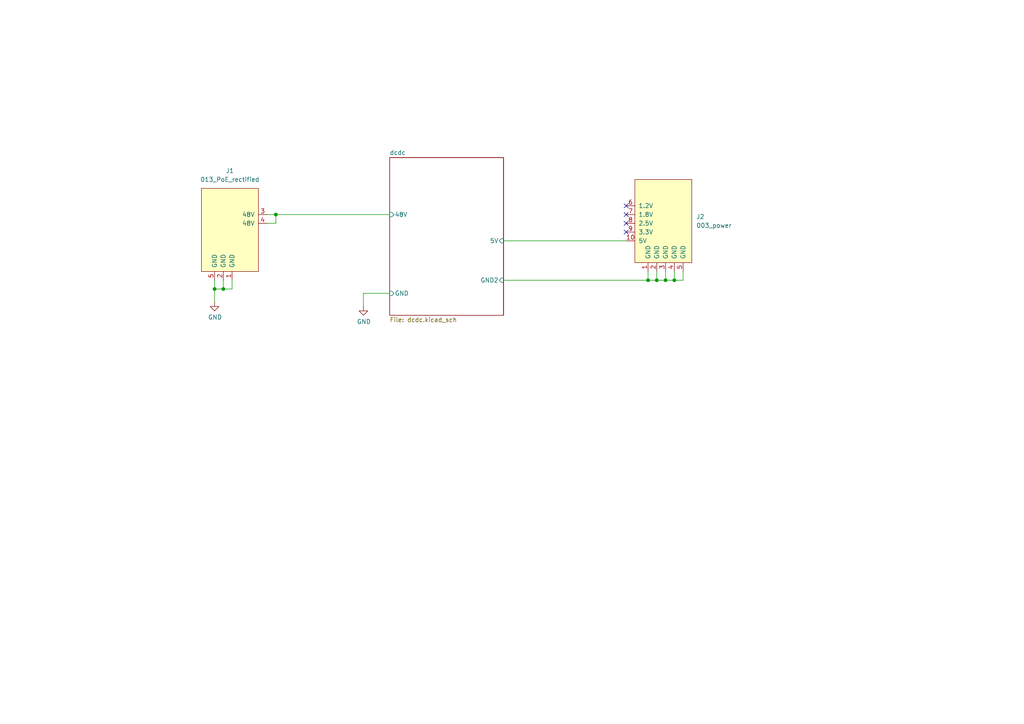
<source format=kicad_sch>
(kicad_sch (version 20211123) (generator eeschema)

  (uuid 7f3eb118-a20c-4239-b800-c9211c66847d)

  (paper "A4")

  (lib_symbols
    (symbol "power:GND" (power) (pin_names (offset 0)) (in_bom yes) (on_board yes)
      (property "Reference" "#PWR" (id 0) (at 0 -6.35 0)
        (effects (font (size 1.27 1.27)) hide)
      )
      (property "Value" "GND" (id 1) (at 0 -3.81 0)
        (effects (font (size 1.27 1.27)))
      )
      (property "Footprint" "" (id 2) (at 0 0 0)
        (effects (font (size 1.27 1.27)) hide)
      )
      (property "Datasheet" "" (id 3) (at 0 0 0)
        (effects (font (size 1.27 1.27)) hide)
      )
      (property "ki_keywords" "power-flag" (id 4) (at 0 0 0)
        (effects (font (size 1.27 1.27)) hide)
      )
      (property "ki_description" "Power symbol creates a global label with name \"GND\" , ground" (id 5) (at 0 0 0)
        (effects (font (size 1.27 1.27)) hide)
      )
      (symbol "GND_0_1"
        (polyline
          (pts
            (xy 0 0)
            (xy 0 -1.27)
            (xy 1.27 -1.27)
            (xy 0 -2.54)
            (xy -1.27 -1.27)
            (xy 0 -1.27)
          )
          (stroke (width 0) (type default) (color 0 0 0 0))
          (fill (type none))
        )
      )
      (symbol "GND_1_1"
        (pin power_in line (at 0 0 270) (length 0) hide
          (name "GND" (effects (font (size 1.27 1.27))))
          (number "1" (effects (font (size 1.27 1.27))))
        )
      )
    )
    (symbol "put_on_edge:003_power" (pin_names (offset 1.016)) (in_bom yes) (on_board yes)
      (property "Reference" "J" (id 0) (at -2.54 13.97 0)
        (effects (font (size 1.27 1.27)))
      )
      (property "Value" "003_power" (id 1) (at 8.89 13.97 0)
        (effects (font (size 1.27 1.27)))
      )
      (property "Footprint" "" (id 2) (at 7.62 16.51 0)
        (effects (font (size 1.27 1.27)) hide)
      )
      (property "Datasheet" "" (id 3) (at 7.62 16.51 0)
        (effects (font (size 1.27 1.27)) hide)
      )
      (symbol "003_power_0_1"
        (rectangle (start -8.89 12.7) (end 7.62 -11.43)
          (stroke (width 0) (type default) (color 0 0 0 0))
          (fill (type background))
        )
      )
      (symbol "003_power_1_1"
        (pin power_in line (at -5.08 -13.97 90) (length 2.54)
          (name "GND" (effects (font (size 1.27 1.27))))
          (number "1" (effects (font (size 1.27 1.27))))
        )
        (pin power_out line (at -11.43 -5.08 0) (length 2.54)
          (name "5V" (effects (font (size 1.27 1.27))))
          (number "10" (effects (font (size 1.27 1.27))))
        )
        (pin power_in line (at -2.54 -13.97 90) (length 2.54)
          (name "GND" (effects (font (size 1.27 1.27))))
          (number "2" (effects (font (size 1.27 1.27))))
        )
        (pin power_in line (at 0 -13.97 90) (length 2.54)
          (name "GND" (effects (font (size 1.27 1.27))))
          (number "3" (effects (font (size 1.27 1.27))))
        )
        (pin power_in line (at 2.54 -13.97 90) (length 2.54)
          (name "GND" (effects (font (size 1.27 1.27))))
          (number "4" (effects (font (size 1.27 1.27))))
        )
        (pin power_in line (at 5.08 -13.97 90) (length 2.54)
          (name "GND" (effects (font (size 1.27 1.27))))
          (number "5" (effects (font (size 1.27 1.27))))
        )
        (pin power_out line (at -11.43 5.08 0) (length 2.54)
          (name "1.2V" (effects (font (size 1.27 1.27))))
          (number "6" (effects (font (size 1.27 1.27))))
        )
        (pin power_out line (at -11.43 2.54 0) (length 2.54)
          (name "1.8V" (effects (font (size 1.27 1.27))))
          (number "7" (effects (font (size 1.27 1.27))))
        )
        (pin power_out line (at -11.43 0 0) (length 2.54)
          (name "2.5V" (effects (font (size 1.27 1.27))))
          (number "8" (effects (font (size 1.27 1.27))))
        )
        (pin power_out line (at -11.43 -2.54 0) (length 2.54)
          (name "3.3V" (effects (font (size 1.27 1.27))))
          (number "9" (effects (font (size 1.27 1.27))))
        )
      )
    )
    (symbol "put_on_edge:013_PoE_rectified" (pin_names (offset 1.016)) (in_bom yes) (on_board yes)
      (property "Reference" "J" (id 0) (at -2.54 13.97 0)
        (effects (font (size 1.27 1.27)))
      )
      (property "Value" "013_PoE_rectified" (id 1) (at 8.89 13.97 0)
        (effects (font (size 1.27 1.27)))
      )
      (property "Footprint" "" (id 2) (at 7.62 16.51 0)
        (effects (font (size 1.27 1.27)) hide)
      )
      (property "Datasheet" "" (id 3) (at 7.62 16.51 0)
        (effects (font (size 1.27 1.27)) hide)
      )
      (symbol "013_PoE_rectified_0_1"
        (rectangle (start -8.89 12.7) (end 7.62 -11.43)
          (stroke (width 0) (type default) (color 0 0 0 0))
          (fill (type background))
        )
      )
      (symbol "013_PoE_rectified_1_1"
        (pin power_in line (at -1.27 -13.97 90) (length 2.54)
          (name "GND" (effects (font (size 1.27 1.27))))
          (number "1" (effects (font (size 1.27 1.27))))
        )
        (pin power_in line (at 1.27 -13.97 90) (length 2.54)
          (name "GND" (effects (font (size 1.27 1.27))))
          (number "2" (effects (font (size 1.27 1.27))))
        )
        (pin bidirectional line (at -11.43 5.08 0) (length 2.54)
          (name "48V" (effects (font (size 1.27 1.27))))
          (number "3" (effects (font (size 1.27 1.27))))
        )
        (pin bidirectional line (at -11.43 2.54 0) (length 2.54)
          (name "48V" (effects (font (size 1.27 1.27))))
          (number "4" (effects (font (size 1.27 1.27))))
        )
        (pin power_in line (at 3.81 -13.97 90) (length 2.54)
          (name "GND" (effects (font (size 1.27 1.27))))
          (number "5" (effects (font (size 1.27 1.27))))
        )
      )
    )
  )

  (junction (at 190.5 81.28) (diameter 0) (color 0 0 0 0)
    (uuid 4f20698b-b1ef-43d7-82f0-bcd11b106366)
  )
  (junction (at 80.01 62.23) (diameter 0) (color 0 0 0 0)
    (uuid 597dde7e-40f8-4545-b69b-87a6373f6984)
  )
  (junction (at 193.04 81.28) (diameter 0) (color 0 0 0 0)
    (uuid 62f4cdca-29de-429d-aa3d-a7d55560dff9)
  )
  (junction (at 64.77 83.82) (diameter 0) (color 0 0 0 0)
    (uuid 6f24e19a-ffdf-4c70-b965-9f5cd4554b31)
  )
  (junction (at 62.23 83.82) (diameter 0) (color 0 0 0 0)
    (uuid 8c8a9bc9-f732-45fb-8783-9676cc6e2956)
  )
  (junction (at 187.96 81.28) (diameter 0) (color 0 0 0 0)
    (uuid 95ec4230-8155-49f1-a3a3-fbb077d9346c)
  )
  (junction (at 195.58 81.28) (diameter 0) (color 0 0 0 0)
    (uuid b4b3c49d-ecf7-449b-9792-c66c40e1842b)
  )

  (no_connect (at 181.61 64.77) (uuid 2f5f05ed-fe1d-44f8-b702-50247c95a229))
  (no_connect (at 181.61 62.23) (uuid 629f052f-f77b-4ae1-90ec-4af4ff06e7ea))
  (no_connect (at 181.61 67.31) (uuid 700c69dc-6ed3-40ed-ad9c-7efb2c64ff49))
  (no_connect (at 181.61 59.69) (uuid ddc5c586-6cee-4d5b-aa58-f7c11d3db320))

  (wire (pts (xy 62.23 83.82) (xy 62.23 87.63))
    (stroke (width 0) (type default) (color 0 0 0 0))
    (uuid 007c9269-a186-4438-9be8-cd028e3955bf)
  )
  (wire (pts (xy 187.96 78.74) (xy 187.96 81.28))
    (stroke (width 0) (type default) (color 0 0 0 0))
    (uuid 053a262a-c920-4a7f-9883-ec2d171eef25)
  )
  (wire (pts (xy 105.41 88.9) (xy 105.41 85.09))
    (stroke (width 0) (type default) (color 0 0 0 0))
    (uuid 2a6c8797-0bb0-4781-98b9-9e9e049651c1)
  )
  (wire (pts (xy 195.58 78.74) (xy 195.58 81.28))
    (stroke (width 0) (type default) (color 0 0 0 0))
    (uuid 36cad135-112c-4600-939d-93f9eed314a3)
  )
  (wire (pts (xy 187.96 81.28) (xy 190.5 81.28))
    (stroke (width 0) (type default) (color 0 0 0 0))
    (uuid 43139370-ccd5-4c19-90fd-1e56f17e69c8)
  )
  (wire (pts (xy 64.77 83.82) (xy 67.31 83.82))
    (stroke (width 0) (type default) (color 0 0 0 0))
    (uuid 5304d3c2-132e-410d-8e02-1eb848456571)
  )
  (wire (pts (xy 62.23 81.28) (xy 62.23 83.82))
    (stroke (width 0) (type default) (color 0 0 0 0))
    (uuid 54e0a8c8-9dec-4ab1-9b9d-3bcb2b94cae3)
  )
  (wire (pts (xy 198.12 81.28) (xy 198.12 78.74))
    (stroke (width 0) (type default) (color 0 0 0 0))
    (uuid 5fb22c80-622c-45c7-bfb5-3c4cd8613d37)
  )
  (wire (pts (xy 77.47 64.77) (xy 80.01 64.77))
    (stroke (width 0) (type default) (color 0 0 0 0))
    (uuid 623fba83-1ccf-47c3-8d87-8931731cfe56)
  )
  (wire (pts (xy 190.5 78.74) (xy 190.5 81.28))
    (stroke (width 0) (type default) (color 0 0 0 0))
    (uuid 70546e1a-2505-45d7-a950-0d16e0c4c427)
  )
  (wire (pts (xy 77.47 62.23) (xy 80.01 62.23))
    (stroke (width 0) (type default) (color 0 0 0 0))
    (uuid 9653c25b-1820-4da6-a62d-b186d89c18ff)
  )
  (wire (pts (xy 80.01 64.77) (xy 80.01 62.23))
    (stroke (width 0) (type default) (color 0 0 0 0))
    (uuid 9c678aa0-4b64-48b8-8493-624f15e88532)
  )
  (wire (pts (xy 190.5 81.28) (xy 193.04 81.28))
    (stroke (width 0) (type default) (color 0 0 0 0))
    (uuid a4133adf-5db9-4c94-a95f-39d20e886a3e)
  )
  (wire (pts (xy 80.01 62.23) (xy 113.03 62.23))
    (stroke (width 0) (type default) (color 0 0 0 0))
    (uuid beae2002-9375-4fd6-93f9-4f86a742c157)
  )
  (wire (pts (xy 67.31 83.82) (xy 67.31 81.28))
    (stroke (width 0) (type default) (color 0 0 0 0))
    (uuid c665e327-9f83-49b4-b895-f3233e9d99c8)
  )
  (wire (pts (xy 193.04 78.74) (xy 193.04 81.28))
    (stroke (width 0) (type default) (color 0 0 0 0))
    (uuid ca9250eb-6c1b-4489-a33a-5da4004263f8)
  )
  (wire (pts (xy 193.04 81.28) (xy 195.58 81.28))
    (stroke (width 0) (type default) (color 0 0 0 0))
    (uuid cae392c2-2d07-4fc1-8f85-b82c4fe627c7)
  )
  (wire (pts (xy 146.05 69.85) (xy 181.61 69.85))
    (stroke (width 0) (type default) (color 0 0 0 0))
    (uuid d01a1cba-43b8-4b5a-9986-ca75404fad1e)
  )
  (wire (pts (xy 146.05 81.28) (xy 187.96 81.28))
    (stroke (width 0) (type default) (color 0 0 0 0))
    (uuid d6dc06fd-74a9-492a-815c-720f7648f2fe)
  )
  (wire (pts (xy 195.58 81.28) (xy 198.12 81.28))
    (stroke (width 0) (type default) (color 0 0 0 0))
    (uuid d979db62-0823-47f9-a365-21e66b5ab681)
  )
  (wire (pts (xy 105.41 85.09) (xy 113.03 85.09))
    (stroke (width 0) (type default) (color 0 0 0 0))
    (uuid de1444b0-ee05-4391-ae2c-670051a2e5f2)
  )
  (wire (pts (xy 64.77 81.28) (xy 64.77 83.82))
    (stroke (width 0) (type default) (color 0 0 0 0))
    (uuid f9e7c164-0715-414a-9bc1-2705d14f155e)
  )
  (wire (pts (xy 62.23 83.82) (xy 64.77 83.82))
    (stroke (width 0) (type default) (color 0 0 0 0))
    (uuid fbfc890d-3e1b-4e2c-a591-c4f5a1a52bcc)
  )

  (symbol (lib_id "power:GND") (at 62.23 87.63 0) (unit 1)
    (in_bom yes) (on_board yes)
    (uuid 00000000-0000-0000-0000-00006044056a)
    (property "Reference" "#PWR0101" (id 0) (at 62.23 93.98 0)
      (effects (font (size 1.27 1.27)) hide)
    )
    (property "Value" "GND" (id 1) (at 62.357 92.0242 0))
    (property "Footprint" "" (id 2) (at 62.23 87.63 0)
      (effects (font (size 1.27 1.27)) hide)
    )
    (property "Datasheet" "" (id 3) (at 62.23 87.63 0)
      (effects (font (size 1.27 1.27)) hide)
    )
    (pin "1" (uuid f345e52a-8e0a-425a-b438-90809dd3b799))
  )

  (symbol (lib_id "put_on_edge:013_PoE_rectified") (at 66.04 67.31 0) (mirror y) (unit 1)
    (in_bom yes) (on_board yes) (fields_autoplaced)
    (uuid b59f18ce-2e34-4b6e-b14d-8d73b8268179)
    (property "Reference" "J1" (id 0) (at 66.675 49.53 0))
    (property "Value" "013_PoE_rectified" (id 1) (at 66.675 52.07 0))
    (property "Footprint" "on_edge:on_edge_2x05_device" (id 2) (at 58.42 50.8 0)
      (effects (font (size 1.27 1.27)) hide)
    )
    (property "Datasheet" "" (id 3) (at 58.42 50.8 0)
      (effects (font (size 1.27 1.27)) hide)
    )
    (pin "1" (uuid 6325c32f-c82a-4357-b022-f9c7e76f412e))
    (pin "2" (uuid 18d11f32-e1a6-4f29-8e3c-0bfeb07299bd))
    (pin "3" (uuid a90361cd-254c-4d27-ae1f-9a6c85bafe28))
    (pin "4" (uuid 84d296ba-3d39-4264-ad19-947f90c54396))
    (pin "5" (uuid 6afc19cf-38b4-47a3-bc2b-445b18724310))
  )

  (symbol (lib_id "put_on_edge:003_power") (at 193.04 64.77 0) (unit 1)
    (in_bom yes) (on_board yes) (fields_autoplaced)
    (uuid c970f863-2eeb-4363-945c-2275a112fd4c)
    (property "Reference" "J2" (id 0) (at 201.93 62.8649 0)
      (effects (font (size 1.27 1.27)) (justify left))
    )
    (property "Value" "003_power" (id 1) (at 201.93 65.4049 0)
      (effects (font (size 1.27 1.27)) (justify left))
    )
    (property "Footprint" "on_edge:on_edge_2x05_host" (id 2) (at 200.66 48.26 0)
      (effects (font (size 1.27 1.27)) hide)
    )
    (property "Datasheet" "" (id 3) (at 200.66 48.26 0)
      (effects (font (size 1.27 1.27)) hide)
    )
    (pin "1" (uuid ce5b0dfe-37f0-4d1b-9f56-10ae411d36e6))
    (pin "10" (uuid 875855ef-0e49-4c33-b3c6-eba229f835d9))
    (pin "2" (uuid 818111a6-1429-497e-b8d7-f2616a7ec373))
    (pin "3" (uuid 9ab92207-1da7-4613-a632-d3972813f57b))
    (pin "4" (uuid dbd136bb-61c9-4567-9827-33a734e5ddcc))
    (pin "5" (uuid 02b7dc0f-ae19-4a97-a2ae-2d27bb773810))
    (pin "6" (uuid eb8672c1-01f2-4628-93ed-ee7e8695390b))
    (pin "7" (uuid 00036662-fa99-4284-af32-cf49578c390a))
    (pin "8" (uuid 7cb6b52f-a428-4a6e-b5b7-84f253789f4d))
    (pin "9" (uuid 0206e765-825a-4e51-9371-9f239143e77c))
  )

  (symbol (lib_id "power:GND") (at 105.41 88.9 0) (unit 1)
    (in_bom yes) (on_board yes)
    (uuid cc717b4d-654f-4b39-b9b6-7b0e5e3a49ab)
    (property "Reference" "#PWR0102" (id 0) (at 105.41 95.25 0)
      (effects (font (size 1.27 1.27)) hide)
    )
    (property "Value" "GND" (id 1) (at 105.537 93.2942 0))
    (property "Footprint" "" (id 2) (at 105.41 88.9 0)
      (effects (font (size 1.27 1.27)) hide)
    )
    (property "Datasheet" "" (id 3) (at 105.41 88.9 0)
      (effects (font (size 1.27 1.27)) hide)
    )
    (pin "1" (uuid d97a647c-678f-43d3-96e9-5afba12ba188))
  )

  (sheet (at 113.03 45.72) (size 33.02 45.72) (fields_autoplaced)
    (stroke (width 0.1524) (type solid) (color 0 0 0 0))
    (fill (color 0 0 0 0.0000))
    (uuid bd58ad52-36c7-460d-b58d-1e0ca17757a0)
    (property "Sheet name" "dcdc" (id 0) (at 113.03 45.0084 0)
      (effects (font (size 1.27 1.27)) (justify left bottom))
    )
    (property "Sheet file" "dcdc.kicad_sch" (id 1) (at 113.03 92.0246 0)
      (effects (font (size 1.27 1.27)) (justify left top))
    )
    (pin "GND" input (at 113.03 85.09 180)
      (effects (font (size 1.27 1.27)) (justify left))
      (uuid 3261dad1-ad2f-49af-9d88-9ca8c689f11e)
    )
    (pin "48V" input (at 113.03 62.23 180)
      (effects (font (size 1.27 1.27)) (justify left))
      (uuid 88ba7193-83a2-48f5-898b-e0c7985cb1d8)
    )
    (pin "5V" input (at 146.05 69.85 0)
      (effects (font (size 1.27 1.27)) (justify right))
      (uuid 9a8e5365-5d60-44e4-81cc-4f11e0761eee)
    )
    (pin "GND2" input (at 146.05 81.28 0)
      (effects (font (size 1.27 1.27)) (justify right))
      (uuid b688ddd0-97fd-4366-8dd1-6435d289a291)
    )
  )

  (sheet_instances
    (path "/" (page "1"))
    (path "/bd58ad52-36c7-460d-b58d-1e0ca17757a0" (page "2"))
  )

  (symbol_instances
    (path "/00000000-0000-0000-0000-00006044056a"
      (reference "#PWR0101") (unit 1) (value "GND") (footprint "")
    )
    (path "/cc717b4d-654f-4b39-b9b6-7b0e5e3a49ab"
      (reference "#PWR0102") (unit 1) (value "GND") (footprint "")
    )
    (path "/bd58ad52-36c7-460d-b58d-1e0ca17757a0/68d26a76-e032-43aa-bb25-271ad758c36f"
      (reference "#PWR0103") (unit 1) (value "VSS") (footprint "")
    )
    (path "/bd58ad52-36c7-460d-b58d-1e0ca17757a0/082b71dc-2a2f-40db-bc36-a837731d5ab6"
      (reference "#PWR0104") (unit 1) (value "VDD") (footprint "")
    )
    (path "/bd58ad52-36c7-460d-b58d-1e0ca17757a0/ab009f61-b199-4849-a39c-f4d01007e6b4"
      (reference "#PWR0105") (unit 1) (value "VSS") (footprint "")
    )
    (path "/bd58ad52-36c7-460d-b58d-1e0ca17757a0/74182932-60bc-45f2-8384-9a62cb26c1a7"
      (reference "#PWR0106") (unit 1) (value "VSS") (footprint "")
    )
    (path "/bd58ad52-36c7-460d-b58d-1e0ca17757a0/eec5b654-3db3-4428-a1c8-72a508732a24"
      (reference "#PWR0107") (unit 1) (value "VSS") (footprint "")
    )
    (path "/bd58ad52-36c7-460d-b58d-1e0ca17757a0/978ddc75-93c2-4d24-82ae-5ecd1a3c057a"
      (reference "#PWR0108") (unit 1) (value "VDD") (footprint "")
    )
    (path "/bd58ad52-36c7-460d-b58d-1e0ca17757a0/b630646e-8eb8-41ce-8b76-a0d38abcfa4e"
      (reference "C1") (unit 1) (value "100nF") (footprint "Capacitor_SMD:C_1210_3225Metric")
    )
    (path "/bd58ad52-36c7-460d-b58d-1e0ca17757a0/fa13cdcf-02bd-4adf-8d27-ebdd11b4d711"
      (reference "C2") (unit 1) (value "10uF") (footprint "Capacitor_SMD:CP_Elec_10x10")
    )
    (path "/bd58ad52-36c7-460d-b58d-1e0ca17757a0/bf262ddc-900e-49c9-9db0-8be6c594a0e2"
      (reference "C3") (unit 1) (value "1uF") (footprint "Capacitor_SMD:C_1210_3225Metric")
    )
    (path "/bd58ad52-36c7-460d-b58d-1e0ca17757a0/68455897-e409-4dd1-bbde-232e62e525c5"
      (reference "C4") (unit 1) (value "100nF") (footprint "Capacitor_SMD:C_0603_1608Metric")
    )
    (path "/bd58ad52-36c7-460d-b58d-1e0ca17757a0/0fc84f27-4033-431c-a063-85c757ebf86b"
      (reference "C5") (unit 1) (value "100nF") (footprint "Capacitor_SMD:C_1210_3225Metric")
    )
    (path "/bd58ad52-36c7-460d-b58d-1e0ca17757a0/6c916a3b-0c87-4c80-9122-62e83d332090"
      (reference "C6") (unit 1) (value "10nF") (footprint "Capacitor_SMD:C_1210_3225Metric")
    )
    (path "/bd58ad52-36c7-460d-b58d-1e0ca17757a0/8e63571e-6109-4424-9895-568c6f6e8434"
      (reference "C7") (unit 1) (value "10nF") (footprint "Capacitor_SMD:C_1210_3225Metric")
    )
    (path "/bd58ad52-36c7-460d-b58d-1e0ca17757a0/c4ab2b08-3889-4675-9a94-05e51d4104ab"
      (reference "C8") (unit 1) (value "1uF") (footprint "Capacitor_SMD:C_1210_3225Metric")
    )
    (path "/bd58ad52-36c7-460d-b58d-1e0ca17757a0/6c06c17d-f362-406f-9a9e-dc53c6bb31e0"
      (reference "C9") (unit 1) (value "1.5nF") (footprint "Capacitor_SMD:C_0805_2012Metric")
    )
    (path "/bd58ad52-36c7-460d-b58d-1e0ca17757a0/29d9bd16-7421-47b9-bbfa-53ceef956d31"
      (reference "C10") (unit 1) (value "1uF") (footprint "Capacitor_SMD:C_0603_1608Metric")
    )
    (path "/bd58ad52-36c7-460d-b58d-1e0ca17757a0/4bc8e1f5-9915-42dd-b351-0f9bb0ed0a62"
      (reference "C11") (unit 1) (value "1.5nF") (footprint "Capacitor_SMD:C_0603_1608Metric")
    )
    (path "/bd58ad52-36c7-460d-b58d-1e0ca17757a0/a2f28332-ba58-4236-9ac6-cebf5466b58a"
      (reference "C12") (unit 1) (value "100uF") (footprint "Capacitor_SMD:C_0805_2012Metric")
    )
    (path "/bd58ad52-36c7-460d-b58d-1e0ca17757a0/b5a1043a-a132-473e-968d-eb24e82a8b2b"
      (reference "C13") (unit 1) (value "560uF") (footprint "Capacitor_SMD:CP_Elec_10x10")
    )
    (path "/bd58ad52-36c7-460d-b58d-1e0ca17757a0/881d86ad-5de4-4fd2-a6b3-27017d6b9c1e"
      (reference "C14") (unit 1) (value "1uF") (footprint "Capacitor_SMD:C_0603_1608Metric")
    )
    (path "/bd58ad52-36c7-460d-b58d-1e0ca17757a0/83af2b51-7320-4a50-9ab0-4fb4f8840972"
      (reference "D1") (unit 1) (value "S1B") (footprint "Diode_SMD:D_SMB")
    )
    (path "/bd58ad52-36c7-460d-b58d-1e0ca17757a0/6eb30909-dbe4-40ea-b022-39e343d89b14"
      (reference "D2") (unit 1) (value "1N4148W") (footprint "Diode_SMD:D_SOD-123")
    )
    (path "/bd58ad52-36c7-460d-b58d-1e0ca17757a0/277aaa48-a622-4a2e-bd10-34674a3cd4f4"
      (reference "D3") (unit 1) (value "SDT10A45P5-13D") (footprint "Diode_SMD:D_PowerDI-5")
    )
    (path "/bd58ad52-36c7-460d-b58d-1e0ca17757a0/299b25fb-2aee-4ff0-8264-b760d96656ea"
      (reference "FB1") (unit 1) (value "700R") (footprint "Inductor_SMD:L_0805_2012Metric")
    )
    (path "/bd58ad52-36c7-460d-b58d-1e0ca17757a0/7907e71e-eb9e-49b9-babd-7b00d08ddc8d"
      (reference "FB2") (unit 1) (value "700R") (footprint "Inductor_SMD:L_0805_2012Metric")
    )
    (path "/b59f18ce-2e34-4b6e-b14d-8d73b8268179"
      (reference "J1") (unit 1) (value "013_PoE_rectified") (footprint "on_edge:on_edge_2x05_device")
    )
    (path "/c970f863-2eeb-4363-945c-2275a112fd4c"
      (reference "J2") (unit 1) (value "003_power") (footprint "on_edge:on_edge_2x05_host")
    )
    (path "/bd58ad52-36c7-460d-b58d-1e0ca17757a0/b317c760-178e-42df-a507-bacd988f3eae"
      (reference "R1") (unit 1) (value "3R") (footprint "Resistor_SMD:R_0603_1608Metric")
    )
    (path "/bd58ad52-36c7-460d-b58d-1e0ca17757a0/c842d582-991e-493b-ba15-0915cb82662a"
      (reference "R2") (unit 1) (value "0.62R") (footprint "Resistor_SMD:R_0805_2012Metric")
    )
    (path "/bd58ad52-36c7-460d-b58d-1e0ca17757a0/58c6c9bc-afb1-4f47-b8ac-d65742bd3521"
      (reference "R3") (unit 1) (value "24.3k") (footprint "Resistor_SMD:R_0603_1608Metric")
    )
    (path "/bd58ad52-36c7-460d-b58d-1e0ca17757a0/139ec7b9-35e0-484a-acba-219c0a89d5a9"
      (reference "R4") (unit 1) (value "48.7") (footprint "Resistor_SMD:R_0603_1608Metric")
    )
    (path "/bd58ad52-36c7-460d-b58d-1e0ca17757a0/3fb4be16-e887-480c-9312-fc11ba370d0d"
      (reference "R5") (unit 1) (value "88.7k") (footprint "Resistor_SMD:R_0603_1608Metric")
    )
    (path "/bd58ad52-36c7-460d-b58d-1e0ca17757a0/d4e60d65-61d2-4d85-ab0e-ee3c89e06451"
      (reference "R6") (unit 1) (value "82k") (footprint "Resistor_SMD:R_0603_1608Metric")
    )
    (path "/bd58ad52-36c7-460d-b58d-1e0ca17757a0/45716ff9-7745-428b-804c-685237aa611c"
      (reference "R7") (unit 1) (value "0R") (footprint "Resistor_SMD:R_0603_1608Metric")
    )
    (path "/bd58ad52-36c7-460d-b58d-1e0ca17757a0/de2856f1-dcb2-434d-a28b-a69cf5ca041c"
      (reference "R8") (unit 1) (value "4.7k") (footprint "Resistor_SMD:R_0603_1608Metric")
    )
    (path "/bd58ad52-36c7-460d-b58d-1e0ca17757a0/f08f207a-01d8-4c00-aac5-c11abaf12a10"
      (reference "R9") (unit 1) (value "8.2R") (footprint "Resistor_SMD:R_0603_1608Metric")
    )
    (path "/bd58ad52-36c7-460d-b58d-1e0ca17757a0/ba721c4a-d746-49c7-8a80-2e748eeff492"
      (reference "R10") (unit 1) (value "360R") (footprint "Resistor_SMD:R_0603_1608Metric")
    )
    (path "/bd58ad52-36c7-460d-b58d-1e0ca17757a0/d50400f9-100e-4e7b-921a-97f9c5b9ffe3"
      (reference "R11") (unit 1) (value "0R") (footprint "Resistor_SMD:R_0603_1608Metric")
    )
    (path "/bd58ad52-36c7-460d-b58d-1e0ca17757a0/705f4c29-200c-4794-8011-55b9e1945dfc"
      (reference "R12") (unit 1) (value "0R") (footprint "Resistor_SMD:R_1210_3225Metric")
    )
    (path "/bd58ad52-36c7-460d-b58d-1e0ca17757a0/70ab54be-b93f-467c-a2bb-cbac7de6d88a"
      (reference "R13") (unit 1) (value "36.5k") (footprint "Resistor_SMD:R_0603_1608Metric")
    )
    (path "/bd58ad52-36c7-460d-b58d-1e0ca17757a0/1571aa9b-3ef0-4800-81e3-0a86527ee400"
      (reference "R14") (unit 1) (value "12.1k") (footprint "Resistor_SMD:R_0603_1608Metric")
    )
    (path "/bd58ad52-36c7-460d-b58d-1e0ca17757a0/139ad1a7-b9f9-44c1-8cfc-3ca41cd4266c"
      (reference "R15") (unit 1) (value "0R") (footprint "Resistor_SMD:R_0603_1608Metric")
    )
    (path "/bd58ad52-36c7-460d-b58d-1e0ca17757a0/a00d687c-be70-4f1c-8302-2dfcd4082526"
      (reference "TP1") (unit 1) (value "TestPoint") (footprint "")
    )
    (path "/bd58ad52-36c7-460d-b58d-1e0ca17757a0/bfc65580-ac97-4472-8c25-735a5ff6ac18"
      (reference "TP2") (unit 1) (value "TestPoint") (footprint "")
    )
    (path "/bd58ad52-36c7-460d-b58d-1e0ca17757a0/4b66da4e-eb7a-44b8-8c71-817f1bb4a9e1"
      (reference "TR1") (unit 1) (value "TRANSF6") (footprint "parts:EP13_SMT_H_10PIN_(2381)")
    )
    (path "/bd58ad52-36c7-460d-b58d-1e0ca17757a0/5a6d4c5b-4a21-4c12-8820-8b8a567bb820"
      (reference "U1") (unit 1) (value "Si3404") (footprint "Package_DFN_QFN:QFN-20-1EP_4x4mm_P0.5mm_EP2.5x2.5mm_ThermalVias")
    )
    (path "/bd58ad52-36c7-460d-b58d-1e0ca17757a0/cfc1ef2e-fc37-4867-9cb9-43cb6c08e788"
      (reference "U2") (unit 1) (value "LTV-827") (footprint "Package_DIP:DIP-8_W7.62mm")
    )
    (path "/bd58ad52-36c7-460d-b58d-1e0ca17757a0/37ae6786-e4e5-4c7a-ac56-08f83e99d383"
      (reference "U3") (unit 1) (value "TLV431") (footprint "Package_TO_SOT_SMD:SOT-23")
    )
  )
)

</source>
